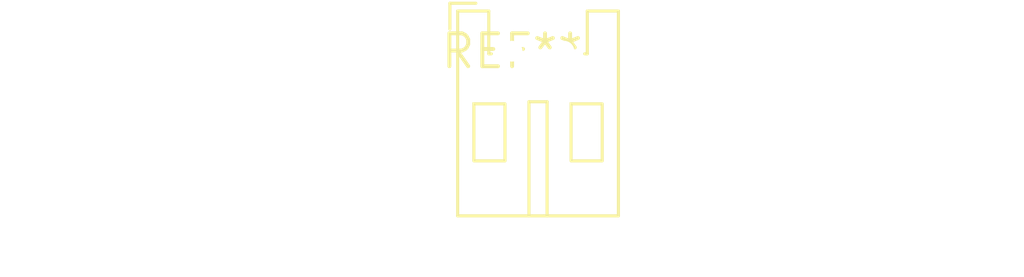
<source format=kicad_pcb>
(kicad_pcb (version 20240108) (generator pcbnew)
  (layers (0 "F.Cu" signal) (31 "B.Cu" signal) (34 "B.Paste" user) (35 "F.Paste" user) (36 "B.SilkS" user "B.Silkscreen") (37 "F.SilkS" user "F.Silkscreen") (38 "B.Mask" user) (39 "F.Mask" user) (44 "Edge.Cuts" user))
  (net 0 "")
  (footprint "TE_440055-2_1x02_P2.00mm_Horizontal" (layer "F.Cu") (at 0 0)
    (property "Reference" "REF**")
    (property "Value" "TE_440055-2_1x02_P2.00mm_Horizontal")
    (fp_line (start -2.4 -1.85) (end -2.4 -0.85) (layer "F.SilkS") (stroke (width 0.12)))
    (fp_line (start -2.4 -1.85) (end -1.4 -1.85) (layer "F.SilkS") (stroke (width 0.12)))
    (fp_line (start -2.1 -1.55) (end -2.1 6.35) (layer "F.SilkS") (stroke (width 0.12)))
    (fp_line (start -2.1 6.35) (end 4.1 6.35) (layer "F.SilkS") (stroke (width 0.12)))
    (fp_line (start -0.9 -1.55) (end -2.1 -1.55) (layer "F.SilkS") (stroke (width 0.12)))
    (fp_line (start -0.9 0.1) (end -0.9 -1.55) (layer "F.SilkS") (stroke (width 0.12)))
    (fp_line (start -0.8 0.1) (end -0.9 0.1) (layer "F.SilkS") (stroke (width 0.12)))
    (fp_line (start 0.65 1.95) (end 0.65 6.35) (layer "F.SilkS") (stroke (width 0.12)))
    (fp_line (start 0.65 1.95) (end 1.35 1.95) (layer "F.SilkS") (stroke (width 0.12)))
    (fp_line (start 1.35 1.95) (end 1.35 6.35) (layer "F.SilkS") (stroke (width 0.12)))
    (fp_line (start 2.9 -1.55) (end 2.9 0.1) (layer "F.SilkS") (stroke (width 0.12)))
    (fp_line (start 2.9 0.1) (end 2.8 0.1) (layer "F.SilkS") (stroke (width 0.12)))
    (fp_line (start 4.1 -1.55) (end 2.9 -1.55) (layer "F.SilkS") (stroke (width 0.12)))
    (fp_line (start 4.1 6.35) (end 4.1 -1.55) (layer "F.SilkS") (stroke (width 0.12)))
    (fp_rect (start -1.475 2.03) (end -0.275 4.23) (layer "F.SilkS") (stroke (width 0.12)) (fill none))
    (fp_rect (start 2.275 2.03) (end 3.475 4.23) (layer "F.SilkS") (stroke (width 0.12)) (fill none))
    (pad "1" thru_hole roundrect (at 0 0) (size 1.2 1.8) (drill 0.8) (layers *.Cu *.Mask) (remove_unused_layers))
    (pad "2" thru_hole oval (at 2 0) (size 1.2 1.8) (drill 0.8) (layers *.Cu *.Mask) (remove_unused_layers))
  )
)
</source>
